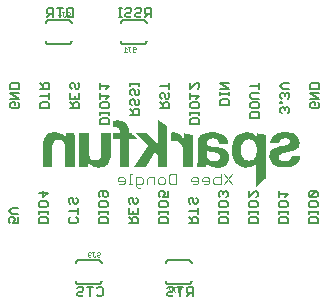
<source format=gbr>
G04 EAGLE Gerber RS-274X export*
G75*
%MOMM*%
%FSLAX34Y34*%
%LPD*%
%INSilkscreen Bottom*%
%IPPOS*%
%AMOC8*
5,1,8,0,0,1.08239X$1,22.5*%
G01*
%ADD10C,0.127000*%
%ADD11C,0.101600*%
%ADD12C,0.203200*%
%ADD13C,0.025400*%

G36*
X307076Y110473D02*
X307076Y110473D01*
X307087Y110473D01*
X307987Y111372D01*
X308985Y112171D01*
X308986Y112172D01*
X308987Y112172D01*
X309987Y113072D01*
X309987Y113073D01*
X310887Y113972D01*
X311885Y114771D01*
X311886Y114772D01*
X311887Y114772D01*
X312886Y115671D01*
X313885Y116471D01*
X313886Y116473D01*
X313887Y116473D01*
X314787Y117373D01*
X314788Y117384D01*
X314795Y117390D01*
X314795Y154290D01*
X314779Y154308D01*
X314775Y154314D01*
X312975Y154714D01*
X312974Y154713D01*
X312973Y154715D01*
X312074Y154814D01*
X311075Y155014D01*
X311074Y155013D01*
X311073Y155015D01*
X310174Y155114D01*
X309275Y155314D01*
X308375Y155514D01*
X308374Y155513D01*
X308372Y155515D01*
X307372Y155615D01*
X307346Y155596D01*
X307348Y155592D01*
X307345Y155590D01*
X307345Y152066D01*
X306590Y153105D01*
X306588Y153105D01*
X306588Y153106D01*
X305788Y154006D01*
X305785Y154007D01*
X305784Y154010D01*
X303784Y155410D01*
X303780Y155410D01*
X303778Y155413D01*
X302678Y155813D01*
X302677Y155812D01*
X302676Y155814D01*
X301476Y156114D01*
X301475Y156113D01*
X301474Y156114D01*
X300274Y156314D01*
X300273Y156314D01*
X300272Y156315D01*
X298972Y156415D01*
X298970Y156413D01*
X298968Y156415D01*
X295868Y156115D01*
X295865Y156112D01*
X295862Y156113D01*
X293162Y155213D01*
X293160Y155209D01*
X293156Y155210D01*
X290956Y153710D01*
X290955Y153707D01*
X290952Y153707D01*
X289152Y151807D01*
X289152Y151803D01*
X289149Y151802D01*
X287849Y149502D01*
X287849Y149500D01*
X287847Y149499D01*
X286847Y146999D01*
X286848Y146996D01*
X286846Y146995D01*
X286246Y144195D01*
X286247Y144193D01*
X286245Y144192D01*
X286045Y141192D01*
X286047Y141190D01*
X286045Y141188D01*
X286245Y138388D01*
X286247Y138386D01*
X286246Y138385D01*
X286846Y135685D01*
X286848Y135683D01*
X286847Y135681D01*
X287847Y133281D01*
X287849Y133279D01*
X287849Y133277D01*
X289149Y131077D01*
X289152Y131076D01*
X289152Y131073D01*
X290952Y129173D01*
X290956Y129173D01*
X290956Y129170D01*
X293056Y127770D01*
X293060Y127770D01*
X293062Y127767D01*
X295562Y126867D01*
X295565Y126868D01*
X295567Y126865D01*
X298467Y126565D01*
X298468Y126566D01*
X298471Y126566D01*
X298472Y126565D01*
X299772Y126665D01*
X299773Y126666D01*
X299774Y126666D01*
X301074Y126866D01*
X301075Y126867D01*
X301077Y126866D01*
X302177Y127166D01*
X302178Y127168D01*
X302179Y127167D01*
X303379Y127667D01*
X303381Y127670D01*
X303383Y127669D01*
X304383Y128269D01*
X304383Y128270D01*
X304384Y128270D01*
X305384Y128970D01*
X305385Y128974D01*
X305388Y128974D01*
X306188Y129874D01*
X306188Y129875D01*
X306189Y129875D01*
X306982Y130865D01*
X307045Y130865D01*
X307045Y110490D01*
X307051Y110484D01*
X307051Y110475D01*
X307059Y110474D01*
X307067Y110466D01*
X307076Y110473D01*
G37*
G36*
X275171Y126467D02*
X275171Y126467D01*
X275172Y126465D01*
X276172Y126565D01*
X276174Y126567D01*
X276175Y126566D01*
X277975Y126966D01*
X277976Y126967D01*
X277978Y126967D01*
X278878Y127267D01*
X278879Y127269D01*
X278881Y127268D01*
X279681Y127668D01*
X279681Y127669D01*
X279682Y127669D01*
X280382Y128069D01*
X280383Y128070D01*
X280384Y128070D01*
X281084Y128570D01*
X281085Y128571D01*
X281086Y128571D01*
X281686Y129071D01*
X281686Y129074D01*
X281689Y129074D01*
X282289Y129774D01*
X282289Y129777D01*
X282291Y129778D01*
X283091Y131178D01*
X283091Y131181D01*
X283093Y131182D01*
X283693Y132982D01*
X283692Y132986D01*
X283695Y132987D01*
X283795Y133887D01*
X283794Y133888D01*
X283795Y133888D01*
X283895Y134988D01*
X283892Y134991D01*
X283894Y134993D01*
X283594Y137193D01*
X283592Y137195D01*
X283593Y137198D01*
X282993Y138998D01*
X282990Y139000D01*
X282991Y139003D01*
X282091Y140403D01*
X282086Y140405D01*
X282086Y140409D01*
X280886Y141409D01*
X280883Y141409D01*
X280883Y141411D01*
X279383Y142311D01*
X279380Y142311D01*
X279379Y142313D01*
X277779Y142913D01*
X277777Y142912D01*
X277776Y142914D01*
X276076Y143314D01*
X276075Y143313D01*
X276074Y143314D01*
X274274Y143614D01*
X274273Y143614D01*
X274273Y143615D01*
X272473Y143814D01*
X272473Y143815D01*
X270773Y144015D01*
X269275Y144214D01*
X267877Y144614D01*
X266680Y145013D01*
X265787Y145509D01*
X265194Y146299D01*
X265095Y147391D01*
X265095Y147888D01*
X265194Y148485D01*
X265293Y148882D01*
X265492Y149379D01*
X265691Y149676D01*
X265889Y149974D01*
X266185Y150270D01*
X266581Y150468D01*
X266582Y150470D01*
X266584Y150470D01*
X266882Y150669D01*
X267279Y150867D01*
X267675Y150966D01*
X268173Y151065D01*
X268570Y151065D01*
X268573Y151068D01*
X268575Y151066D01*
X269073Y151165D01*
X270668Y151165D01*
X271665Y150966D01*
X272064Y150866D01*
X272065Y150866D01*
X272562Y150766D01*
X272959Y150568D01*
X273358Y150369D01*
X273654Y150171D01*
X274251Y149574D01*
X274449Y149278D01*
X274647Y148880D01*
X274847Y148381D01*
X274848Y148380D01*
X274848Y148379D01*
X275046Y147982D01*
X275145Y147488D01*
X275145Y146890D01*
X275167Y146866D01*
X275169Y146867D01*
X275170Y146865D01*
X282970Y146865D01*
X282970Y146866D01*
X282971Y146865D01*
X282973Y146868D01*
X282994Y146887D01*
X282992Y146890D01*
X282994Y146894D01*
X282794Y148194D01*
X282594Y149394D01*
X282592Y149396D01*
X282593Y149398D01*
X282193Y150498D01*
X282190Y150500D01*
X282191Y150504D01*
X280991Y152304D01*
X280988Y152304D01*
X280989Y152306D01*
X280289Y153106D01*
X280286Y153107D01*
X280286Y153109D01*
X279486Y153809D01*
X279483Y153809D01*
X279482Y153812D01*
X278583Y154311D01*
X277583Y154911D01*
X277580Y154911D01*
X277579Y154913D01*
X276579Y155313D01*
X276577Y155312D01*
X276577Y155314D01*
X274377Y155914D01*
X274375Y155913D01*
X274374Y155914D01*
X273274Y156114D01*
X272074Y156314D01*
X272072Y156313D01*
X272070Y156315D01*
X267570Y156315D01*
X267569Y156314D01*
X267568Y156315D01*
X266468Y156215D01*
X266467Y156213D01*
X266466Y156214D01*
X264266Y155814D01*
X264265Y155814D01*
X263265Y155614D01*
X263264Y155613D01*
X263263Y155614D01*
X262263Y155314D01*
X262262Y155312D01*
X262260Y155313D01*
X261360Y154913D01*
X261359Y154911D01*
X261358Y154912D01*
X260458Y154412D01*
X260457Y154409D01*
X260455Y154410D01*
X259655Y153810D01*
X259655Y153809D01*
X259654Y153809D01*
X258954Y153209D01*
X258953Y153205D01*
X258950Y153205D01*
X258350Y152405D01*
X258351Y152402D01*
X258348Y152401D01*
X257948Y151601D01*
X257948Y151600D01*
X257947Y151599D01*
X257547Y150599D01*
X257548Y150596D01*
X257546Y150594D01*
X257346Y149494D01*
X257347Y149493D01*
X257345Y149492D01*
X257245Y148292D01*
X257246Y148291D01*
X257245Y148290D01*
X257245Y131692D01*
X257146Y131195D01*
X257148Y131192D01*
X257145Y131190D01*
X257145Y130793D01*
X257046Y130295D01*
X257048Y130292D01*
X257045Y130290D01*
X257045Y129893D01*
X256846Y129096D01*
X256848Y129092D01*
X256845Y129090D01*
X256845Y128793D01*
X256746Y128397D01*
X256647Y128098D01*
X256548Y127801D01*
X256350Y127504D01*
X256350Y127502D01*
X256348Y127501D01*
X256248Y127301D01*
X256249Y127296D01*
X256246Y127293D01*
X256252Y127286D01*
X256256Y127270D01*
X256264Y127272D01*
X256270Y127265D01*
X264170Y127265D01*
X264194Y127287D01*
X264193Y127289D01*
X264195Y127290D01*
X264195Y127480D01*
X264287Y127573D01*
X264288Y127578D01*
X264292Y127579D01*
X264392Y127779D01*
X264390Y127786D01*
X264395Y127790D01*
X264395Y127980D01*
X264487Y128073D01*
X264488Y128084D01*
X264494Y128090D01*
X264495Y128090D01*
X264495Y128284D01*
X264592Y128479D01*
X264591Y128482D01*
X264593Y128484D01*
X264591Y128487D01*
X264595Y128490D01*
X264595Y128784D01*
X264692Y128979D01*
X264690Y128986D01*
X264695Y128990D01*
X264695Y130030D01*
X265153Y129573D01*
X265155Y129572D01*
X265155Y129571D01*
X266155Y128771D01*
X266156Y128771D01*
X266156Y128770D01*
X266756Y128370D01*
X266757Y128370D01*
X266757Y128369D01*
X267257Y128069D01*
X267259Y128069D01*
X267259Y128068D01*
X267859Y127768D01*
X267861Y127769D01*
X267862Y127767D01*
X268461Y127567D01*
X269059Y127268D01*
X269061Y127269D01*
X269062Y127267D01*
X269662Y127067D01*
X269665Y127068D01*
X269666Y127066D01*
X270264Y126966D01*
X270963Y126766D01*
X270965Y126767D01*
X270966Y126766D01*
X271566Y126666D01*
X271568Y126667D01*
X271570Y126665D01*
X272268Y126665D01*
X272866Y126566D01*
X272867Y126566D01*
X273567Y126466D01*
X273569Y126467D01*
X273570Y126465D01*
X275170Y126465D01*
X275171Y126467D01*
G37*
G36*
X213182Y127375D02*
X213182Y127375D01*
X213191Y127377D01*
X220875Y139951D01*
X223845Y137080D01*
X223845Y127390D01*
X223867Y127366D01*
X223869Y127367D01*
X223870Y127365D01*
X231670Y127365D01*
X231694Y127387D01*
X231693Y127389D01*
X231695Y127390D01*
X231695Y162090D01*
X231684Y162102D01*
X231682Y162112D01*
X223882Y166412D01*
X223877Y166410D01*
X223873Y166414D01*
X223866Y166408D01*
X223850Y166405D01*
X223852Y166396D01*
X223845Y166390D01*
X223845Y145551D01*
X214088Y155607D01*
X214076Y155608D01*
X214070Y155615D01*
X204870Y155615D01*
X204863Y155609D01*
X204855Y155609D01*
X204854Y155601D01*
X204846Y155593D01*
X204853Y155584D01*
X204853Y155572D01*
X215538Y145187D01*
X203749Y127404D01*
X203750Y127397D01*
X203746Y127393D01*
X203752Y127386D01*
X203754Y127371D01*
X203764Y127373D01*
X203770Y127365D01*
X213170Y127365D01*
X213182Y127375D01*
G37*
G36*
X134194Y127387D02*
X134194Y127387D01*
X134193Y127389D01*
X134195Y127390D01*
X134195Y143289D01*
X134295Y144988D01*
X134494Y146385D01*
X134793Y147581D01*
X135290Y148476D01*
X135986Y149271D01*
X136881Y149768D01*
X137876Y150166D01*
X139170Y150265D01*
X140665Y150166D01*
X141860Y149767D01*
X142955Y149170D01*
X143750Y148375D01*
X144347Y147280D01*
X144846Y145884D01*
X145045Y144188D01*
X145145Y142189D01*
X145145Y127390D01*
X145167Y127366D01*
X145169Y127367D01*
X145170Y127365D01*
X152970Y127365D01*
X152994Y127387D01*
X152993Y127389D01*
X152995Y127390D01*
X152995Y152090D01*
X152994Y152090D01*
X152995Y152091D01*
X152895Y155591D01*
X152872Y155615D01*
X152871Y155613D01*
X152870Y155615D01*
X145470Y155615D01*
X145446Y155593D01*
X145447Y155591D01*
X145445Y155590D01*
X145445Y151715D01*
X145383Y151715D01*
X144590Y152805D01*
X144588Y152805D01*
X144588Y152807D01*
X143688Y153807D01*
X143686Y153807D01*
X143685Y153809D01*
X142685Y154609D01*
X142684Y154609D01*
X142683Y154611D01*
X141583Y155311D01*
X141580Y155310D01*
X141579Y155313D01*
X140379Y155813D01*
X140377Y155812D01*
X140376Y155814D01*
X139176Y156114D01*
X139175Y156113D01*
X139174Y156114D01*
X137974Y156314D01*
X137973Y156314D01*
X137972Y156315D01*
X136772Y156415D01*
X136770Y156413D01*
X136768Y156415D01*
X133968Y156215D01*
X133967Y156213D01*
X133965Y156213D01*
X133964Y156214D01*
X131664Y155614D01*
X131661Y155610D01*
X131658Y155612D01*
X129858Y154612D01*
X129856Y154607D01*
X129853Y154607D01*
X128453Y153207D01*
X128452Y153203D01*
X128449Y153203D01*
X127449Y151503D01*
X127450Y151499D01*
X127446Y151497D01*
X126846Y149497D01*
X126848Y149495D01*
X126846Y149493D01*
X126546Y147293D01*
X126547Y147292D01*
X126545Y147291D01*
X126445Y144791D01*
X126446Y144790D01*
X126445Y144790D01*
X126445Y127390D01*
X126467Y127366D01*
X126469Y127367D01*
X126470Y127365D01*
X134170Y127365D01*
X134194Y127387D01*
G37*
G36*
X176072Y126765D02*
X176072Y126765D01*
X176074Y126768D01*
X176076Y126766D01*
X178376Y127366D01*
X178379Y127370D01*
X178382Y127368D01*
X180182Y128368D01*
X180184Y128373D01*
X180187Y128373D01*
X181587Y129773D01*
X181588Y129777D01*
X181591Y129778D01*
X182591Y131478D01*
X182591Y131481D01*
X182594Y131483D01*
X183194Y133483D01*
X183193Y133485D01*
X183194Y133487D01*
X183494Y135687D01*
X183494Y135688D01*
X183495Y135689D01*
X183595Y138189D01*
X183594Y138190D01*
X183595Y138190D01*
X183595Y155590D01*
X183573Y155614D01*
X183571Y155613D01*
X183570Y155615D01*
X175870Y155615D01*
X175846Y155593D01*
X175847Y155591D01*
X175845Y155590D01*
X175845Y139691D01*
X175745Y137992D01*
X175546Y136595D01*
X175247Y135399D01*
X174750Y134405D01*
X174054Y133709D01*
X173159Y133113D01*
X172165Y132814D01*
X170870Y132715D01*
X169375Y132814D01*
X168180Y133213D01*
X167085Y133810D01*
X166290Y134605D01*
X165693Y135700D01*
X165194Y137096D01*
X164995Y138792D01*
X164895Y140791D01*
X164895Y155590D01*
X164873Y155614D01*
X164871Y155613D01*
X164870Y155615D01*
X157070Y155615D01*
X157046Y155593D01*
X157047Y155591D01*
X157045Y155590D01*
X157045Y130890D01*
X157046Y130890D01*
X157045Y130889D01*
X157145Y127389D01*
X157168Y127365D01*
X157169Y127367D01*
X157170Y127365D01*
X164570Y127365D01*
X164594Y127387D01*
X164593Y127389D01*
X164595Y127390D01*
X164595Y131265D01*
X164657Y131265D01*
X165450Y130176D01*
X165452Y130175D01*
X165452Y130174D01*
X166352Y129174D01*
X166354Y129173D01*
X166355Y129171D01*
X167355Y128371D01*
X167357Y128371D01*
X167357Y128369D01*
X168457Y127669D01*
X168460Y127670D01*
X168461Y127667D01*
X169661Y127167D01*
X169663Y127168D01*
X169664Y127166D01*
X170864Y126866D01*
X170865Y126867D01*
X170866Y126866D01*
X172066Y126666D01*
X172067Y126666D01*
X172068Y126665D01*
X173268Y126565D01*
X173270Y126567D01*
X173272Y126565D01*
X176072Y126765D01*
G37*
G36*
X333371Y126765D02*
X333371Y126765D01*
X333373Y126767D01*
X333374Y126766D01*
X335674Y127166D01*
X335675Y127167D01*
X335677Y127166D01*
X337877Y127766D01*
X337878Y127769D01*
X337881Y127768D01*
X339881Y128768D01*
X339882Y128772D01*
X339886Y128771D01*
X341586Y130171D01*
X341586Y130175D01*
X341590Y130175D01*
X342890Y131875D01*
X342889Y131879D01*
X342893Y131880D01*
X343793Y133980D01*
X343792Y133983D01*
X343794Y133985D01*
X343793Y133986D01*
X343794Y133986D01*
X344194Y136486D01*
X344194Y136487D01*
X344192Y136489D01*
X344177Y136514D01*
X344173Y136511D01*
X344170Y136515D01*
X336770Y136515D01*
X336746Y136493D01*
X336745Y136492D01*
X336646Y135396D01*
X336248Y134402D01*
X335651Y133606D01*
X334955Y132910D01*
X334060Y132413D01*
X333064Y132114D01*
X331967Y131914D01*
X330869Y131815D01*
X329973Y131815D01*
X329075Y132014D01*
X328279Y132213D01*
X327483Y132611D01*
X326787Y133108D01*
X326291Y133704D01*
X325894Y134497D01*
X325795Y135390D01*
X325894Y136181D01*
X326388Y136873D01*
X327084Y137470D01*
X328080Y138067D01*
X329377Y138466D01*
X329377Y138467D01*
X329378Y138467D01*
X330877Y138966D01*
X332575Y139366D01*
X334575Y139766D01*
X334576Y139766D01*
X336276Y140166D01*
X336276Y140167D01*
X336277Y140166D01*
X337877Y140666D01*
X337878Y140668D01*
X337879Y140667D01*
X339379Y141267D01*
X339380Y141269D01*
X339382Y141269D01*
X340782Y142069D01*
X340783Y142071D01*
X340786Y142071D01*
X341886Y142971D01*
X341886Y142975D01*
X341890Y142975D01*
X342790Y144175D01*
X342789Y144180D01*
X342793Y144182D01*
X343293Y145582D01*
X343292Y145585D01*
X343295Y145587D01*
X343495Y147287D01*
X343493Y147290D01*
X343495Y147292D01*
X343295Y149792D01*
X343291Y149795D01*
X343293Y149799D01*
X342493Y151799D01*
X342489Y151801D01*
X342490Y151805D01*
X341290Y153405D01*
X341285Y153406D01*
X341285Y153410D01*
X339685Y154610D01*
X339681Y154609D01*
X339681Y154612D01*
X337781Y155512D01*
X337777Y155511D01*
X337776Y155514D01*
X335676Y156014D01*
X335674Y156013D01*
X335673Y156014D01*
X333473Y156314D01*
X333472Y156314D01*
X333471Y156315D01*
X331171Y156415D01*
X331170Y156414D01*
X331169Y156415D01*
X328969Y156315D01*
X328968Y156314D01*
X328967Y156314D01*
X326767Y156014D01*
X326765Y156012D01*
X326763Y156014D01*
X324763Y155414D01*
X324762Y155411D01*
X324759Y155412D01*
X322859Y154512D01*
X322858Y154509D01*
X322855Y154509D01*
X321355Y153309D01*
X321354Y153306D01*
X321351Y153306D01*
X320051Y151706D01*
X320051Y151702D01*
X320048Y151701D01*
X319148Y149801D01*
X319149Y149797D01*
X319147Y149796D01*
X319148Y149795D01*
X319146Y149794D01*
X318746Y147394D01*
X318746Y147393D01*
X318748Y147390D01*
X318763Y147366D01*
X318767Y147369D01*
X318770Y147365D01*
X326070Y147365D01*
X326089Y147382D01*
X326094Y147385D01*
X326294Y148383D01*
X326691Y149277D01*
X327188Y149873D01*
X327784Y150369D01*
X328579Y150767D01*
X329475Y151066D01*
X330371Y151165D01*
X332868Y151165D01*
X333563Y151066D01*
X334259Y150768D01*
X334855Y150470D01*
X335350Y149975D01*
X335646Y149383D01*
X335745Y148591D01*
X335547Y147701D01*
X334954Y147009D01*
X334058Y146412D01*
X332961Y145913D01*
X331663Y145514D01*
X330165Y145114D01*
X328565Y144814D01*
X328565Y144813D01*
X328564Y144814D01*
X326964Y144414D01*
X325264Y144014D01*
X325264Y144013D01*
X325263Y144014D01*
X323663Y143514D01*
X323662Y143513D01*
X323661Y143513D01*
X322061Y142913D01*
X322059Y142909D01*
X322056Y142910D01*
X320756Y142010D01*
X320756Y142009D01*
X320754Y142009D01*
X319554Y141009D01*
X319554Y141004D01*
X319550Y141004D01*
X318750Y139804D01*
X318750Y139800D01*
X318747Y139799D01*
X318147Y138299D01*
X318149Y138295D01*
X318146Y138293D01*
X317946Y136493D01*
X317948Y136490D01*
X317946Y136487D01*
X318246Y133887D01*
X318249Y133884D01*
X318247Y133881D01*
X319047Y131781D01*
X319051Y131779D01*
X319050Y131775D01*
X320350Y130075D01*
X320355Y130074D01*
X320355Y130070D01*
X322055Y128770D01*
X322058Y128771D01*
X322059Y128768D01*
X323959Y127768D01*
X323962Y127769D01*
X323964Y127766D01*
X326164Y127166D01*
X326165Y127167D01*
X326166Y127166D01*
X328466Y126766D01*
X328468Y126767D01*
X328469Y126765D01*
X330869Y126665D01*
X330870Y126666D01*
X330871Y126665D01*
X333371Y126765D01*
G37*
G36*
X198994Y127287D02*
X198994Y127287D01*
X198993Y127289D01*
X198995Y127290D01*
X198995Y150365D01*
X206670Y150365D01*
X206677Y150371D01*
X206685Y150371D01*
X206686Y150379D01*
X206694Y150387D01*
X206687Y150396D01*
X206687Y150407D01*
X204687Y152407D01*
X204686Y152408D01*
X204686Y152409D01*
X203987Y153007D01*
X203389Y153706D01*
X203386Y153706D01*
X203386Y153709D01*
X202687Y154307D01*
X202089Y155006D01*
X202086Y155006D01*
X202086Y155009D01*
X201386Y155609D01*
X201375Y155609D01*
X201370Y155615D01*
X198995Y155615D01*
X198995Y157790D01*
X198994Y157791D01*
X198995Y157791D01*
X198895Y159591D01*
X198892Y159594D01*
X198894Y159597D01*
X198394Y161297D01*
X198391Y161299D01*
X198392Y161301D01*
X197692Y162701D01*
X197689Y162702D01*
X197690Y162705D01*
X196690Y164005D01*
X196685Y164006D01*
X196684Y164010D01*
X195284Y165010D01*
X195282Y165010D01*
X195281Y165012D01*
X193681Y165812D01*
X193677Y165811D01*
X193675Y165814D01*
X191775Y166214D01*
X191773Y166213D01*
X191772Y166215D01*
X189572Y166415D01*
X189571Y166414D01*
X189570Y166415D01*
X187970Y166415D01*
X187967Y166412D01*
X187965Y166414D01*
X187468Y166315D01*
X186970Y166315D01*
X186967Y166312D01*
X186965Y166314D01*
X186468Y166215D01*
X185470Y166215D01*
X185446Y166193D01*
X185447Y166191D01*
X185445Y166190D01*
X185445Y160390D01*
X185447Y160388D01*
X185446Y160385D01*
X185454Y160381D01*
X185467Y160366D01*
X185472Y160370D01*
X185478Y160367D01*
X185774Y160465D01*
X188968Y160465D01*
X189662Y160366D01*
X190156Y160069D01*
X190552Y159772D01*
X190848Y159379D01*
X191046Y158784D01*
X191146Y158087D01*
X191245Y157288D01*
X191245Y155615D01*
X185870Y155615D01*
X185846Y155593D01*
X185847Y155591D01*
X185845Y155590D01*
X185845Y150390D01*
X185867Y150366D01*
X185869Y150367D01*
X185870Y150365D01*
X191245Y150365D01*
X191245Y127290D01*
X191267Y127266D01*
X191269Y127267D01*
X191270Y127265D01*
X198970Y127265D01*
X198994Y127287D01*
G37*
G36*
X252994Y127387D02*
X252994Y127387D01*
X252993Y127389D01*
X252995Y127390D01*
X252995Y150890D01*
X252994Y150890D01*
X252995Y150891D01*
X252895Y154291D01*
X252879Y154307D01*
X252875Y154314D01*
X251975Y154514D01*
X251974Y154513D01*
X251973Y154515D01*
X251074Y154614D01*
X250075Y154814D01*
X249175Y155014D01*
X249174Y155013D01*
X249173Y155015D01*
X248274Y155114D01*
X247375Y155314D01*
X246375Y155514D01*
X246374Y155513D01*
X246373Y155515D01*
X245473Y155614D01*
X245473Y155615D01*
X245446Y155596D01*
X245448Y155593D01*
X245445Y155590D01*
X245445Y150488D01*
X244792Y151702D01*
X244790Y151703D01*
X244790Y151705D01*
X243990Y152805D01*
X243987Y152805D01*
X243987Y152807D01*
X242987Y153807D01*
X242986Y153808D01*
X242986Y153809D01*
X241886Y154709D01*
X241882Y154709D01*
X241882Y154712D01*
X240582Y155412D01*
X240580Y155411D01*
X240579Y155413D01*
X239279Y155913D01*
X239277Y155912D01*
X239277Y155914D01*
X237877Y156314D01*
X237874Y156312D01*
X237872Y156315D01*
X236472Y156415D01*
X236471Y156414D01*
X236470Y156415D01*
X235570Y156415D01*
X235565Y156410D01*
X235563Y156410D01*
X235559Y156412D01*
X235364Y156315D01*
X235170Y156315D01*
X235167Y156312D01*
X235164Y156312D01*
X235163Y156311D01*
X235159Y156312D01*
X234759Y156112D01*
X234754Y156101D01*
X234746Y156093D01*
X234747Y156091D01*
X234745Y156090D01*
X234745Y148890D01*
X234749Y148886D01*
X234747Y148882D01*
X234756Y148878D01*
X234767Y148866D01*
X234769Y148867D01*
X234770Y148866D01*
X234771Y148866D01*
X234776Y148870D01*
X234781Y148868D01*
X234979Y148967D01*
X235373Y149065D01*
X235670Y149065D01*
X235673Y149068D01*
X235676Y149066D01*
X236073Y149165D01*
X237469Y149165D01*
X239465Y148966D01*
X241159Y148467D01*
X242454Y147571D01*
X243450Y146475D01*
X244247Y145180D01*
X244746Y143584D01*
X245045Y141887D01*
X245145Y140089D01*
X245145Y127390D01*
X245167Y127366D01*
X245169Y127367D01*
X245170Y127365D01*
X252970Y127365D01*
X252994Y127387D01*
G37*
%LPC*%
G36*
X298876Y132614D02*
X298876Y132614D01*
X297383Y133212D01*
X296287Y134108D01*
X295291Y135204D01*
X294693Y136599D01*
X294194Y138096D01*
X293995Y139692D01*
X293895Y141390D01*
X293995Y143087D01*
X294294Y144685D01*
X294693Y146281D01*
X295391Y147677D01*
X296287Y148772D01*
X297482Y149668D01*
X298976Y150266D01*
X300670Y150465D01*
X302365Y150266D01*
X303858Y149768D01*
X304952Y148873D01*
X305849Y147677D01*
X306547Y146281D01*
X307046Y144785D01*
X307245Y143088D01*
X307345Y141390D01*
X307245Y139693D01*
X306946Y138096D01*
X306547Y136599D01*
X305849Y135204D01*
X304953Y134108D01*
X303758Y133212D01*
X302364Y132614D01*
X300570Y132415D01*
X298876Y132614D01*
G37*
%LPD*%
%LPC*%
G36*
X271371Y131815D02*
X271371Y131815D01*
X270272Y131915D01*
X269375Y132014D01*
X268479Y132313D01*
X267782Y132612D01*
X267185Y133010D01*
X266688Y133408D01*
X266289Y133905D01*
X265892Y134403D01*
X265693Y134898D01*
X265493Y135498D01*
X265493Y135499D01*
X265294Y135997D01*
X265194Y136594D01*
X265194Y136595D01*
X265095Y137093D01*
X265095Y141130D01*
X265253Y140973D01*
X265256Y140972D01*
X265256Y140970D01*
X265556Y140770D01*
X265562Y140770D01*
X265564Y140766D01*
X265960Y140667D01*
X266256Y140470D01*
X266262Y140470D01*
X266264Y140466D01*
X268264Y139966D01*
X268268Y139968D01*
X268270Y139965D01*
X268767Y139965D01*
X269164Y139866D01*
X269165Y139866D01*
X269665Y139766D01*
X269668Y139768D01*
X269670Y139765D01*
X270167Y139765D01*
X270564Y139666D01*
X270565Y139666D01*
X271065Y139566D01*
X271464Y139466D01*
X271468Y139468D01*
X271470Y139465D01*
X271967Y139465D01*
X272364Y139366D01*
X272365Y139366D01*
X272865Y139266D01*
X272869Y139268D01*
X272847Y139197D01*
X272860Y139168D01*
X272863Y139169D01*
X272864Y139166D01*
X273264Y139066D01*
X273660Y138967D01*
X273956Y138770D01*
X273958Y138770D01*
X273959Y138768D01*
X274358Y138569D01*
X274654Y138371D01*
X275251Y137774D01*
X275649Y137178D01*
X275847Y136781D01*
X275946Y136385D01*
X276045Y135888D01*
X276045Y134893D01*
X275946Y134395D01*
X275847Y133999D01*
X275649Y133602D01*
X275251Y133006D01*
X274954Y132709D01*
X274658Y132511D01*
X274261Y132313D01*
X273962Y132213D01*
X273961Y132211D01*
X273959Y132212D01*
X273561Y132013D01*
X273167Y131915D01*
X272670Y131915D01*
X272670Y131914D01*
X272669Y131914D01*
X272666Y131912D01*
X272664Y131914D01*
X272267Y131815D01*
X271371Y131815D01*
G37*
%LPD*%
D10*
X333380Y172645D02*
X334652Y173916D01*
X334652Y176458D01*
X333380Y177729D01*
X332109Y177729D01*
X330838Y176458D01*
X330838Y175187D01*
X330838Y176458D02*
X329567Y177729D01*
X328296Y177729D01*
X327025Y176458D01*
X327025Y173916D01*
X328296Y172645D01*
X328296Y180831D02*
X327025Y180831D01*
X328296Y180831D02*
X328296Y182102D01*
X327025Y182102D01*
X327025Y180831D01*
X333380Y184923D02*
X334652Y186194D01*
X334652Y188737D01*
X333380Y190008D01*
X332109Y190008D01*
X330838Y188737D01*
X330838Y187466D01*
X330838Y188737D02*
X329567Y190008D01*
X328296Y190008D01*
X327025Y188737D01*
X327025Y186194D01*
X328296Y184923D01*
X329567Y193109D02*
X334652Y193109D01*
X329567Y193109D02*
X327025Y195651D01*
X329567Y198194D01*
X334652Y198194D01*
X309252Y168552D02*
X301625Y168552D01*
X301625Y172365D01*
X302896Y173636D01*
X307980Y173636D01*
X309252Y172365D01*
X309252Y168552D01*
X309252Y178009D02*
X309252Y180551D01*
X309252Y178009D02*
X307980Y176738D01*
X302896Y176738D01*
X301625Y178009D01*
X301625Y180551D01*
X302896Y181822D01*
X307980Y181822D01*
X309252Y180551D01*
X309252Y184923D02*
X302896Y184923D01*
X301625Y186194D01*
X301625Y188737D01*
X302896Y190008D01*
X309252Y190008D01*
X309252Y195651D02*
X301625Y195651D01*
X309252Y193109D02*
X309252Y198194D01*
X283852Y179466D02*
X276225Y179466D01*
X276225Y183279D01*
X277496Y184551D01*
X282580Y184551D01*
X283852Y183279D01*
X283852Y179466D01*
X276225Y187652D02*
X276225Y190194D01*
X276225Y188923D02*
X283852Y188923D01*
X283852Y187652D02*
X283852Y190194D01*
X283852Y193109D02*
X276225Y193109D01*
X276225Y198194D02*
X283852Y193109D01*
X283852Y198194D02*
X276225Y198194D01*
X258452Y163095D02*
X250825Y163095D01*
X250825Y166908D01*
X252096Y168179D01*
X257180Y168179D01*
X258452Y166908D01*
X258452Y163095D01*
X250825Y171280D02*
X250825Y173823D01*
X250825Y172551D02*
X258452Y172551D01*
X258452Y171280D02*
X258452Y173823D01*
X258452Y178009D02*
X258452Y180551D01*
X258452Y178009D02*
X257180Y176738D01*
X252096Y176738D01*
X250825Y178009D01*
X250825Y180551D01*
X252096Y181822D01*
X257180Y181822D01*
X258452Y180551D01*
X255909Y184923D02*
X258452Y187466D01*
X250825Y187466D01*
X250825Y190008D02*
X250825Y184923D01*
X250825Y193109D02*
X250825Y198194D01*
X255909Y198194D02*
X250825Y193109D01*
X255909Y198194D02*
X257180Y198194D01*
X258452Y196922D01*
X258452Y194380D01*
X257180Y193109D01*
X233052Y176738D02*
X225425Y176738D01*
X233052Y176738D02*
X233052Y180551D01*
X231780Y181822D01*
X229238Y181822D01*
X227967Y180551D01*
X227967Y176738D01*
X227967Y179280D02*
X225425Y181822D01*
X233052Y188737D02*
X231780Y190008D01*
X233052Y188737D02*
X233052Y186194D01*
X231780Y184923D01*
X230509Y184923D01*
X229238Y186194D01*
X229238Y188737D01*
X227967Y190008D01*
X226696Y190008D01*
X225425Y188737D01*
X225425Y186194D01*
X226696Y184923D01*
X225425Y195651D02*
X233052Y195651D01*
X233052Y193109D02*
X233052Y198194D01*
X207652Y171280D02*
X200025Y171280D01*
X207652Y171280D02*
X207652Y175094D01*
X206380Y176365D01*
X203838Y176365D01*
X202567Y175094D01*
X202567Y171280D01*
X202567Y173823D02*
X200025Y176365D01*
X207652Y183279D02*
X206380Y184551D01*
X207652Y183279D02*
X207652Y180737D01*
X206380Y179466D01*
X205109Y179466D01*
X203838Y180737D01*
X203838Y183279D01*
X202567Y184551D01*
X201296Y184551D01*
X200025Y183279D01*
X200025Y180737D01*
X201296Y179466D01*
X207652Y191465D02*
X206380Y192736D01*
X207652Y191465D02*
X207652Y188923D01*
X206380Y187652D01*
X205109Y187652D01*
X203838Y188923D01*
X203838Y191465D01*
X202567Y192736D01*
X201296Y192736D01*
X200025Y191465D01*
X200025Y188923D01*
X201296Y187652D01*
X200025Y195838D02*
X200025Y198380D01*
X200025Y197109D02*
X207652Y197109D01*
X207652Y195838D02*
X207652Y198380D01*
X182252Y163095D02*
X174625Y163095D01*
X174625Y166908D01*
X175896Y168179D01*
X180980Y168179D01*
X182252Y166908D01*
X182252Y163095D01*
X174625Y171280D02*
X174625Y173823D01*
X174625Y172551D02*
X182252Y172551D01*
X182252Y171280D02*
X182252Y173823D01*
X182252Y178009D02*
X182252Y180551D01*
X182252Y178009D02*
X180980Y176738D01*
X175896Y176738D01*
X174625Y178009D01*
X174625Y180551D01*
X175896Y181822D01*
X180980Y181822D01*
X182252Y180551D01*
X179709Y184923D02*
X182252Y187466D01*
X174625Y187466D01*
X174625Y190008D02*
X174625Y184923D01*
X179709Y193109D02*
X182252Y195651D01*
X174625Y195651D01*
X174625Y193109D02*
X174625Y198194D01*
X156852Y176738D02*
X149225Y176738D01*
X156852Y176738D02*
X156852Y180551D01*
X155580Y181822D01*
X153038Y181822D01*
X151767Y180551D01*
X151767Y176738D01*
X151767Y179280D02*
X149225Y181822D01*
X156852Y184923D02*
X156852Y190008D01*
X156852Y184923D02*
X149225Y184923D01*
X149225Y190008D01*
X153038Y187466D02*
X153038Y184923D01*
X156852Y196922D02*
X155580Y198194D01*
X156852Y196922D02*
X156852Y194380D01*
X155580Y193109D01*
X154309Y193109D01*
X153038Y194380D01*
X153038Y196922D01*
X151767Y198194D01*
X150496Y198194D01*
X149225Y196922D01*
X149225Y194380D01*
X150496Y193109D01*
X131452Y176738D02*
X123825Y176738D01*
X123825Y180551D01*
X125096Y181822D01*
X130180Y181822D01*
X131452Y180551D01*
X131452Y176738D01*
X131452Y187466D02*
X123825Y187466D01*
X131452Y184923D02*
X131452Y190008D01*
X131452Y193109D02*
X123825Y193109D01*
X131452Y193109D02*
X131452Y196922D01*
X130180Y198194D01*
X127638Y198194D01*
X126367Y196922D01*
X126367Y193109D01*
X126367Y195651D02*
X123825Y198194D01*
X106052Y180551D02*
X104780Y181822D01*
X106052Y180551D02*
X106052Y178009D01*
X104780Y176738D01*
X99696Y176738D01*
X98425Y178009D01*
X98425Y180551D01*
X99696Y181822D01*
X102238Y181822D01*
X102238Y179280D01*
X98425Y184923D02*
X106052Y184923D01*
X98425Y190008D01*
X106052Y190008D01*
X106052Y193109D02*
X98425Y193109D01*
X98425Y196922D01*
X99696Y198194D01*
X104780Y198194D01*
X106052Y196922D01*
X106052Y193109D01*
X351155Y79375D02*
X358782Y79375D01*
X351155Y79375D02*
X351155Y83188D01*
X352426Y84459D01*
X357510Y84459D01*
X358782Y83188D01*
X358782Y79375D01*
X351155Y87561D02*
X351155Y90103D01*
X351155Y88832D02*
X358782Y88832D01*
X358782Y87561D02*
X358782Y90103D01*
X358782Y94289D02*
X358782Y96831D01*
X358782Y94289D02*
X357510Y93018D01*
X352426Y93018D01*
X351155Y94289D01*
X351155Y96831D01*
X352426Y98102D01*
X357510Y98102D01*
X358782Y96831D01*
X357510Y101204D02*
X352426Y101204D01*
X357510Y101204D02*
X358782Y102475D01*
X358782Y105017D01*
X357510Y106288D01*
X352426Y106288D01*
X351155Y105017D01*
X351155Y102475D01*
X352426Y101204D01*
X357510Y106288D01*
X333382Y79375D02*
X325755Y79375D01*
X325755Y83188D01*
X327026Y84459D01*
X332110Y84459D01*
X333382Y83188D01*
X333382Y79375D01*
X325755Y87561D02*
X325755Y90103D01*
X325755Y88832D02*
X333382Y88832D01*
X333382Y87561D02*
X333382Y90103D01*
X333382Y94289D02*
X333382Y96831D01*
X333382Y94289D02*
X332110Y93018D01*
X327026Y93018D01*
X325755Y94289D01*
X325755Y96831D01*
X327026Y98102D01*
X332110Y98102D01*
X333382Y96831D01*
X330839Y101204D02*
X333382Y103746D01*
X325755Y103746D01*
X325755Y101204D02*
X325755Y106288D01*
X307982Y79375D02*
X300355Y79375D01*
X300355Y83188D01*
X301626Y84459D01*
X306710Y84459D01*
X307982Y83188D01*
X307982Y79375D01*
X300355Y87561D02*
X300355Y90103D01*
X300355Y88832D02*
X307982Y88832D01*
X307982Y87561D02*
X307982Y90103D01*
X307982Y94289D02*
X307982Y96831D01*
X307982Y94289D02*
X306710Y93018D01*
X301626Y93018D01*
X300355Y94289D01*
X300355Y96831D01*
X301626Y98102D01*
X306710Y98102D01*
X307982Y96831D01*
X300355Y101204D02*
X300355Y106288D01*
X300355Y101204D02*
X305439Y106288D01*
X306710Y106288D01*
X307982Y105017D01*
X307982Y102475D01*
X306710Y101204D01*
X282582Y79375D02*
X274955Y79375D01*
X274955Y83188D01*
X276226Y84459D01*
X281310Y84459D01*
X282582Y83188D01*
X282582Y79375D01*
X274955Y87561D02*
X274955Y90103D01*
X274955Y88832D02*
X282582Y88832D01*
X282582Y87561D02*
X282582Y90103D01*
X282582Y94289D02*
X282582Y96831D01*
X282582Y94289D02*
X281310Y93018D01*
X276226Y93018D01*
X274955Y94289D01*
X274955Y96831D01*
X276226Y98102D01*
X281310Y98102D01*
X282582Y96831D01*
X281310Y101204D02*
X282582Y102475D01*
X282582Y105017D01*
X281310Y106288D01*
X280039Y106288D01*
X278768Y105017D01*
X278768Y103746D01*
X278768Y105017D02*
X277497Y106288D01*
X276226Y106288D01*
X274955Y105017D01*
X274955Y102475D01*
X276226Y101204D01*
X257182Y79375D02*
X249555Y79375D01*
X257182Y79375D02*
X257182Y83188D01*
X255910Y84459D01*
X253368Y84459D01*
X252097Y83188D01*
X252097Y79375D01*
X252097Y81917D02*
X249555Y84459D01*
X249555Y90103D02*
X257182Y90103D01*
X257182Y87561D02*
X257182Y92645D01*
X257182Y99560D02*
X255910Y100831D01*
X257182Y99560D02*
X257182Y97018D01*
X255910Y95747D01*
X254639Y95747D01*
X253368Y97018D01*
X253368Y99560D01*
X252097Y100831D01*
X250826Y100831D01*
X249555Y99560D01*
X249555Y97018D01*
X250826Y95747D01*
X231782Y79375D02*
X224155Y79375D01*
X224155Y83188D01*
X225426Y84459D01*
X230510Y84459D01*
X231782Y83188D01*
X231782Y79375D01*
X224155Y87561D02*
X224155Y90103D01*
X224155Y88832D02*
X231782Y88832D01*
X231782Y87561D02*
X231782Y90103D01*
X231782Y94289D02*
X231782Y96831D01*
X231782Y94289D02*
X230510Y93018D01*
X225426Y93018D01*
X224155Y94289D01*
X224155Y96831D01*
X225426Y98102D01*
X230510Y98102D01*
X231782Y96831D01*
X231782Y101204D02*
X231782Y106288D01*
X231782Y101204D02*
X227968Y101204D01*
X229239Y103746D01*
X229239Y105017D01*
X227968Y106288D01*
X225426Y106288D01*
X224155Y105017D01*
X224155Y102475D01*
X225426Y101204D01*
X206382Y79375D02*
X198755Y79375D01*
X206382Y79375D02*
X206382Y83188D01*
X205110Y84459D01*
X202568Y84459D01*
X201297Y83188D01*
X201297Y79375D01*
X201297Y81917D02*
X198755Y84459D01*
X206382Y87561D02*
X206382Y92645D01*
X206382Y87561D02*
X198755Y87561D01*
X198755Y92645D01*
X202568Y90103D02*
X202568Y87561D01*
X206382Y99560D02*
X205110Y100831D01*
X206382Y99560D02*
X206382Y97018D01*
X205110Y95747D01*
X203839Y95747D01*
X202568Y97018D01*
X202568Y99560D01*
X201297Y100831D01*
X200026Y100831D01*
X198755Y99560D01*
X198755Y97018D01*
X200026Y95747D01*
X180982Y79375D02*
X173355Y79375D01*
X173355Y83188D01*
X174626Y84459D01*
X179710Y84459D01*
X180982Y83188D01*
X180982Y79375D01*
X173355Y87561D02*
X173355Y90103D01*
X173355Y88832D02*
X180982Y88832D01*
X180982Y87561D02*
X180982Y90103D01*
X180982Y94289D02*
X180982Y96831D01*
X180982Y94289D02*
X179710Y93018D01*
X174626Y93018D01*
X173355Y94289D01*
X173355Y96831D01*
X174626Y98102D01*
X179710Y98102D01*
X180982Y96831D01*
X174626Y101204D02*
X173355Y102475D01*
X173355Y105017D01*
X174626Y106288D01*
X179710Y106288D01*
X180982Y105017D01*
X180982Y102475D01*
X179710Y101204D01*
X178439Y101204D01*
X177168Y102475D01*
X177168Y106288D01*
X154310Y84459D02*
X155582Y83188D01*
X155582Y80646D01*
X154310Y79375D01*
X149226Y79375D01*
X147955Y80646D01*
X147955Y83188D01*
X149226Y84459D01*
X147955Y90103D02*
X155582Y90103D01*
X155582Y87561D02*
X155582Y92645D01*
X155582Y99560D02*
X154310Y100831D01*
X155582Y99560D02*
X155582Y97018D01*
X154310Y95747D01*
X153039Y95747D01*
X151768Y97018D01*
X151768Y99560D01*
X150497Y100831D01*
X149226Y100831D01*
X147955Y99560D01*
X147955Y97018D01*
X149226Y95747D01*
X130182Y79375D02*
X122555Y79375D01*
X122555Y83188D01*
X123826Y84459D01*
X128910Y84459D01*
X130182Y83188D01*
X130182Y79375D01*
X122555Y87561D02*
X122555Y90103D01*
X122555Y88832D02*
X130182Y88832D01*
X130182Y87561D02*
X130182Y90103D01*
X130182Y94289D02*
X130182Y96831D01*
X130182Y94289D02*
X128910Y93018D01*
X123826Y93018D01*
X122555Y94289D01*
X122555Y96831D01*
X123826Y98102D01*
X128910Y98102D01*
X130182Y96831D01*
X130182Y105017D02*
X122555Y105017D01*
X126368Y101204D02*
X130182Y105017D01*
X126368Y106288D02*
X126368Y101204D01*
X104782Y84459D02*
X104782Y79375D01*
X100968Y79375D01*
X102239Y81917D01*
X102239Y83188D01*
X100968Y84459D01*
X98426Y84459D01*
X97155Y83188D01*
X97155Y80646D01*
X98426Y79375D01*
X99697Y87561D02*
X104782Y87561D01*
X99697Y87561D02*
X97155Y90103D01*
X99697Y92645D01*
X104782Y92645D01*
X358780Y181822D02*
X360052Y180551D01*
X360052Y178009D01*
X358780Y176738D01*
X353696Y176738D01*
X352425Y178009D01*
X352425Y180551D01*
X353696Y181822D01*
X356238Y181822D01*
X356238Y179280D01*
X352425Y184923D02*
X360052Y184923D01*
X352425Y190008D01*
X360052Y190008D01*
X360052Y193109D02*
X352425Y193109D01*
X352425Y196922D01*
X353696Y198194D01*
X358780Y198194D01*
X360052Y196922D01*
X360052Y193109D01*
X217572Y254000D02*
X217572Y261627D01*
X213759Y261627D01*
X212488Y260355D01*
X212488Y257813D01*
X213759Y256542D01*
X217572Y256542D01*
X215030Y256542D02*
X212488Y254000D01*
X205573Y261627D02*
X204302Y260355D01*
X205573Y261627D02*
X208115Y261627D01*
X209387Y260355D01*
X209387Y259084D01*
X208115Y257813D01*
X205573Y257813D01*
X204302Y256542D01*
X204302Y255271D01*
X205573Y254000D01*
X208115Y254000D01*
X209387Y255271D01*
X197387Y261627D02*
X196116Y260355D01*
X197387Y261627D02*
X199930Y261627D01*
X201201Y260355D01*
X201201Y259084D01*
X199930Y257813D01*
X197387Y257813D01*
X196116Y256542D01*
X196116Y255271D01*
X197387Y254000D01*
X199930Y254000D01*
X201201Y255271D01*
X193015Y254000D02*
X190473Y254000D01*
X191744Y254000D02*
X191744Y261627D01*
X193015Y261627D02*
X190473Y261627D01*
X151344Y261627D02*
X151344Y254000D01*
X147530Y254000D01*
X146259Y255271D01*
X146259Y260355D01*
X147530Y261627D01*
X151344Y261627D01*
X140616Y261627D02*
X140616Y254000D01*
X143158Y261627D02*
X138074Y261627D01*
X134972Y261627D02*
X134972Y254000D01*
X134972Y261627D02*
X131159Y261627D01*
X129888Y260355D01*
X129888Y257813D01*
X131159Y256542D01*
X134972Y256542D01*
X132430Y256542D02*
X129888Y254000D01*
X172930Y25407D02*
X171659Y24135D01*
X172930Y25407D02*
X175473Y25407D01*
X176744Y24135D01*
X176744Y19051D01*
X175473Y17780D01*
X172930Y17780D01*
X171659Y19051D01*
X166016Y17780D02*
X166016Y25407D01*
X168558Y25407D02*
X163474Y25407D01*
X156559Y25407D02*
X155288Y24135D01*
X156559Y25407D02*
X159101Y25407D01*
X160372Y24135D01*
X160372Y22864D01*
X159101Y21593D01*
X156559Y21593D01*
X155288Y20322D01*
X155288Y19051D01*
X156559Y17780D01*
X159101Y17780D01*
X160372Y19051D01*
X252944Y17780D02*
X252944Y25407D01*
X249130Y25407D01*
X247859Y24135D01*
X247859Y21593D01*
X249130Y20322D01*
X252944Y20322D01*
X250402Y20322D02*
X247859Y17780D01*
X242216Y17780D02*
X242216Y25407D01*
X244758Y25407D02*
X239674Y25407D01*
X232759Y25407D02*
X231488Y24135D01*
X232759Y25407D02*
X235301Y25407D01*
X236572Y24135D01*
X236572Y22864D01*
X235301Y21593D01*
X232759Y21593D01*
X231488Y20322D01*
X231488Y19051D01*
X232759Y17780D01*
X235301Y17780D01*
X236572Y19051D01*
D11*
X279870Y112268D02*
X285971Y121420D01*
X279870Y121420D02*
X285971Y112268D01*
X276616Y112268D02*
X276616Y121420D01*
X276616Y112268D02*
X272040Y112268D01*
X270514Y113793D01*
X270514Y116844D01*
X272040Y118369D01*
X276616Y118369D01*
X265735Y112268D02*
X262684Y112268D01*
X265735Y112268D02*
X267260Y113793D01*
X267260Y116844D01*
X265735Y118369D01*
X262684Y118369D01*
X261159Y116844D01*
X261159Y115319D01*
X267260Y115319D01*
X256380Y112268D02*
X253329Y112268D01*
X256380Y112268D02*
X257905Y113793D01*
X257905Y116844D01*
X256380Y118369D01*
X253329Y118369D01*
X251804Y116844D01*
X251804Y115319D01*
X257905Y115319D01*
X239195Y112268D02*
X239195Y121420D01*
X239195Y112268D02*
X234619Y112268D01*
X233094Y113793D01*
X233094Y119895D01*
X234619Y121420D01*
X239195Y121420D01*
X228314Y112268D02*
X225264Y112268D01*
X223738Y113793D01*
X223738Y116844D01*
X225264Y118369D01*
X228314Y118369D01*
X229840Y116844D01*
X229840Y113793D01*
X228314Y112268D01*
X220484Y112268D02*
X220484Y118369D01*
X215909Y118369D01*
X214383Y116844D01*
X214383Y112268D01*
X208079Y109217D02*
X206553Y109217D01*
X205028Y110743D01*
X205028Y118369D01*
X209604Y118369D01*
X211129Y116844D01*
X211129Y113793D01*
X209604Y112268D01*
X205028Y112268D01*
X201774Y121420D02*
X200249Y121420D01*
X200249Y112268D01*
X201774Y112268D02*
X198723Y112268D01*
X194012Y112268D02*
X190961Y112268D01*
X194012Y112268D02*
X195537Y113793D01*
X195537Y116844D01*
X194012Y118369D01*
X190961Y118369D01*
X189436Y116844D01*
X189436Y115319D01*
X195537Y115319D01*
D12*
X194945Y251460D02*
X211455Y251460D01*
X213995Y233680D02*
X213993Y233580D01*
X213987Y233481D01*
X213977Y233381D01*
X213964Y233283D01*
X213946Y233184D01*
X213925Y233087D01*
X213900Y232991D01*
X213871Y232895D01*
X213838Y232801D01*
X213802Y232708D01*
X213762Y232617D01*
X213718Y232527D01*
X213671Y232439D01*
X213621Y232353D01*
X213567Y232269D01*
X213510Y232187D01*
X213450Y232108D01*
X213386Y232030D01*
X213320Y231956D01*
X213251Y231884D01*
X213179Y231815D01*
X213105Y231749D01*
X213027Y231685D01*
X212948Y231625D01*
X212866Y231568D01*
X212782Y231514D01*
X212696Y231464D01*
X212608Y231417D01*
X212518Y231373D01*
X212427Y231333D01*
X212334Y231297D01*
X212240Y231264D01*
X212144Y231235D01*
X212048Y231210D01*
X211951Y231189D01*
X211852Y231171D01*
X211754Y231158D01*
X211654Y231148D01*
X211555Y231142D01*
X211455Y231140D01*
X194945Y231140D02*
X194845Y231142D01*
X194746Y231148D01*
X194646Y231158D01*
X194548Y231171D01*
X194449Y231189D01*
X194352Y231210D01*
X194256Y231235D01*
X194160Y231264D01*
X194066Y231297D01*
X193973Y231333D01*
X193882Y231373D01*
X193792Y231417D01*
X193704Y231464D01*
X193618Y231514D01*
X193534Y231568D01*
X193452Y231625D01*
X193373Y231685D01*
X193295Y231749D01*
X193221Y231815D01*
X193149Y231884D01*
X193080Y231956D01*
X193014Y232030D01*
X192950Y232108D01*
X192890Y232187D01*
X192833Y232269D01*
X192779Y232353D01*
X192729Y232439D01*
X192682Y232527D01*
X192638Y232617D01*
X192598Y232708D01*
X192562Y232801D01*
X192529Y232895D01*
X192500Y232991D01*
X192475Y233087D01*
X192454Y233184D01*
X192436Y233283D01*
X192423Y233381D01*
X192413Y233481D01*
X192407Y233580D01*
X192405Y233680D01*
X192405Y248920D02*
X192407Y249020D01*
X192413Y249119D01*
X192423Y249219D01*
X192436Y249317D01*
X192454Y249416D01*
X192475Y249513D01*
X192500Y249609D01*
X192529Y249705D01*
X192562Y249799D01*
X192598Y249892D01*
X192638Y249983D01*
X192682Y250073D01*
X192729Y250161D01*
X192779Y250247D01*
X192833Y250331D01*
X192890Y250413D01*
X192950Y250492D01*
X193014Y250570D01*
X193080Y250644D01*
X193149Y250716D01*
X193221Y250785D01*
X193295Y250851D01*
X193373Y250915D01*
X193452Y250975D01*
X193534Y251032D01*
X193618Y251086D01*
X193704Y251136D01*
X193792Y251183D01*
X193882Y251227D01*
X193973Y251267D01*
X194066Y251303D01*
X194160Y251336D01*
X194256Y251365D01*
X194352Y251390D01*
X194449Y251411D01*
X194548Y251429D01*
X194646Y251442D01*
X194746Y251452D01*
X194845Y251458D01*
X194945Y251460D01*
X211455Y251460D02*
X211555Y251458D01*
X211654Y251452D01*
X211754Y251442D01*
X211852Y251429D01*
X211951Y251411D01*
X212048Y251390D01*
X212144Y251365D01*
X212240Y251336D01*
X212334Y251303D01*
X212427Y251267D01*
X212518Y251227D01*
X212608Y251183D01*
X212696Y251136D01*
X212782Y251086D01*
X212866Y251032D01*
X212948Y250975D01*
X213027Y250915D01*
X213105Y250851D01*
X213179Y250785D01*
X213251Y250716D01*
X213320Y250644D01*
X213386Y250570D01*
X213450Y250492D01*
X213510Y250413D01*
X213567Y250331D01*
X213621Y250247D01*
X213671Y250161D01*
X213718Y250073D01*
X213762Y249983D01*
X213802Y249892D01*
X213838Y249799D01*
X213871Y249705D01*
X213900Y249609D01*
X213925Y249513D01*
X213946Y249416D01*
X213964Y249317D01*
X213977Y249219D01*
X213987Y249119D01*
X213993Y249020D01*
X213995Y248920D01*
X211455Y231140D02*
X194945Y231140D01*
D13*
X202232Y227841D02*
X202868Y228476D01*
X204139Y228476D01*
X204774Y227841D01*
X204774Y227205D01*
X204139Y226570D01*
X202868Y226570D01*
X202232Y225934D01*
X202232Y225299D01*
X202868Y224663D01*
X204139Y224663D01*
X204774Y225299D01*
X201032Y225299D02*
X200397Y224663D01*
X199761Y224663D01*
X199126Y225299D01*
X199126Y228476D01*
X199761Y228476D02*
X198490Y228476D01*
X197290Y227205D02*
X196019Y228476D01*
X196019Y224663D01*
X197290Y224663D02*
X194748Y224663D01*
D12*
X233045Y48260D02*
X249555Y48260D01*
X252095Y30480D02*
X252093Y30380D01*
X252087Y30281D01*
X252077Y30181D01*
X252064Y30083D01*
X252046Y29984D01*
X252025Y29887D01*
X252000Y29791D01*
X251971Y29695D01*
X251938Y29601D01*
X251902Y29508D01*
X251862Y29417D01*
X251818Y29327D01*
X251771Y29239D01*
X251721Y29153D01*
X251667Y29069D01*
X251610Y28987D01*
X251550Y28908D01*
X251486Y28830D01*
X251420Y28756D01*
X251351Y28684D01*
X251279Y28615D01*
X251205Y28549D01*
X251127Y28485D01*
X251048Y28425D01*
X250966Y28368D01*
X250882Y28314D01*
X250796Y28264D01*
X250708Y28217D01*
X250618Y28173D01*
X250527Y28133D01*
X250434Y28097D01*
X250340Y28064D01*
X250244Y28035D01*
X250148Y28010D01*
X250051Y27989D01*
X249952Y27971D01*
X249854Y27958D01*
X249754Y27948D01*
X249655Y27942D01*
X249555Y27940D01*
X233045Y27940D02*
X232945Y27942D01*
X232846Y27948D01*
X232746Y27958D01*
X232648Y27971D01*
X232549Y27989D01*
X232452Y28010D01*
X232356Y28035D01*
X232260Y28064D01*
X232166Y28097D01*
X232073Y28133D01*
X231982Y28173D01*
X231892Y28217D01*
X231804Y28264D01*
X231718Y28314D01*
X231634Y28368D01*
X231552Y28425D01*
X231473Y28485D01*
X231395Y28549D01*
X231321Y28615D01*
X231249Y28684D01*
X231180Y28756D01*
X231114Y28830D01*
X231050Y28908D01*
X230990Y28987D01*
X230933Y29069D01*
X230879Y29153D01*
X230829Y29239D01*
X230782Y29327D01*
X230738Y29417D01*
X230698Y29508D01*
X230662Y29601D01*
X230629Y29695D01*
X230600Y29791D01*
X230575Y29887D01*
X230554Y29984D01*
X230536Y30083D01*
X230523Y30181D01*
X230513Y30281D01*
X230507Y30380D01*
X230505Y30480D01*
X230505Y45720D02*
X230507Y45820D01*
X230513Y45919D01*
X230523Y46019D01*
X230536Y46117D01*
X230554Y46216D01*
X230575Y46313D01*
X230600Y46409D01*
X230629Y46505D01*
X230662Y46599D01*
X230698Y46692D01*
X230738Y46783D01*
X230782Y46873D01*
X230829Y46961D01*
X230879Y47047D01*
X230933Y47131D01*
X230990Y47213D01*
X231050Y47292D01*
X231114Y47370D01*
X231180Y47444D01*
X231249Y47516D01*
X231321Y47585D01*
X231395Y47651D01*
X231473Y47715D01*
X231552Y47775D01*
X231634Y47832D01*
X231718Y47886D01*
X231804Y47936D01*
X231892Y47983D01*
X231982Y48027D01*
X232073Y48067D01*
X232166Y48103D01*
X232260Y48136D01*
X232356Y48165D01*
X232452Y48190D01*
X232549Y48211D01*
X232648Y48229D01*
X232746Y48242D01*
X232846Y48252D01*
X232945Y48258D01*
X233045Y48260D01*
X249555Y48260D02*
X249655Y48258D01*
X249754Y48252D01*
X249854Y48242D01*
X249952Y48229D01*
X250051Y48211D01*
X250148Y48190D01*
X250244Y48165D01*
X250340Y48136D01*
X250434Y48103D01*
X250527Y48067D01*
X250618Y48027D01*
X250708Y47983D01*
X250796Y47936D01*
X250882Y47886D01*
X250966Y47832D01*
X251048Y47775D01*
X251127Y47715D01*
X251205Y47651D01*
X251279Y47585D01*
X251351Y47516D01*
X251420Y47444D01*
X251486Y47370D01*
X251550Y47292D01*
X251610Y47213D01*
X251667Y47131D01*
X251721Y47047D01*
X251771Y46961D01*
X251818Y46873D01*
X251862Y46783D01*
X251902Y46692D01*
X251938Y46599D01*
X251971Y46505D01*
X252000Y46409D01*
X252025Y46313D01*
X252046Y46216D01*
X252064Y46117D01*
X252077Y46019D01*
X252087Y45919D01*
X252093Y45820D01*
X252095Y45720D01*
X249555Y27940D02*
X233045Y27940D01*
D13*
X240332Y24641D02*
X240968Y25276D01*
X242239Y25276D01*
X242874Y24641D01*
X242874Y24005D01*
X242239Y23370D01*
X240968Y23370D01*
X240332Y22734D01*
X240332Y22099D01*
X240968Y21463D01*
X242239Y21463D01*
X242874Y22099D01*
X239132Y22099D02*
X238497Y21463D01*
X237861Y21463D01*
X237226Y22099D01*
X237226Y25276D01*
X237861Y25276D02*
X236590Y25276D01*
X235390Y21463D02*
X232848Y21463D01*
X235390Y21463D02*
X232848Y24005D01*
X232848Y24641D01*
X233483Y25276D01*
X234755Y25276D01*
X235390Y24641D01*
D12*
X173355Y27940D02*
X156845Y27940D01*
X154305Y45720D02*
X154307Y45820D01*
X154313Y45919D01*
X154323Y46019D01*
X154336Y46117D01*
X154354Y46216D01*
X154375Y46313D01*
X154400Y46409D01*
X154429Y46505D01*
X154462Y46599D01*
X154498Y46692D01*
X154538Y46783D01*
X154582Y46873D01*
X154629Y46961D01*
X154679Y47047D01*
X154733Y47131D01*
X154790Y47213D01*
X154850Y47292D01*
X154914Y47370D01*
X154980Y47444D01*
X155049Y47516D01*
X155121Y47585D01*
X155195Y47651D01*
X155273Y47715D01*
X155352Y47775D01*
X155434Y47832D01*
X155518Y47886D01*
X155604Y47936D01*
X155692Y47983D01*
X155782Y48027D01*
X155873Y48067D01*
X155966Y48103D01*
X156060Y48136D01*
X156156Y48165D01*
X156252Y48190D01*
X156349Y48211D01*
X156448Y48229D01*
X156546Y48242D01*
X156646Y48252D01*
X156745Y48258D01*
X156845Y48260D01*
X173355Y48260D02*
X173455Y48258D01*
X173554Y48252D01*
X173654Y48242D01*
X173752Y48229D01*
X173851Y48211D01*
X173948Y48190D01*
X174044Y48165D01*
X174140Y48136D01*
X174234Y48103D01*
X174327Y48067D01*
X174418Y48027D01*
X174508Y47983D01*
X174596Y47936D01*
X174682Y47886D01*
X174766Y47832D01*
X174848Y47775D01*
X174927Y47715D01*
X175005Y47651D01*
X175079Y47585D01*
X175151Y47516D01*
X175220Y47444D01*
X175286Y47370D01*
X175350Y47292D01*
X175410Y47213D01*
X175467Y47131D01*
X175521Y47047D01*
X175571Y46961D01*
X175618Y46873D01*
X175662Y46783D01*
X175702Y46692D01*
X175738Y46599D01*
X175771Y46505D01*
X175800Y46409D01*
X175825Y46313D01*
X175846Y46216D01*
X175864Y46117D01*
X175877Y46019D01*
X175887Y45919D01*
X175893Y45820D01*
X175895Y45720D01*
X175895Y30480D02*
X175893Y30380D01*
X175887Y30281D01*
X175877Y30181D01*
X175864Y30083D01*
X175846Y29984D01*
X175825Y29887D01*
X175800Y29791D01*
X175771Y29695D01*
X175738Y29601D01*
X175702Y29508D01*
X175662Y29417D01*
X175618Y29327D01*
X175571Y29239D01*
X175521Y29153D01*
X175467Y29069D01*
X175410Y28987D01*
X175350Y28908D01*
X175286Y28830D01*
X175220Y28756D01*
X175151Y28684D01*
X175079Y28615D01*
X175005Y28549D01*
X174927Y28485D01*
X174848Y28425D01*
X174766Y28368D01*
X174682Y28314D01*
X174596Y28264D01*
X174508Y28217D01*
X174418Y28173D01*
X174327Y28133D01*
X174234Y28097D01*
X174140Y28064D01*
X174044Y28035D01*
X173948Y28010D01*
X173851Y27989D01*
X173752Y27971D01*
X173654Y27958D01*
X173554Y27948D01*
X173455Y27942D01*
X173355Y27940D01*
X156845Y27940D02*
X156745Y27942D01*
X156646Y27948D01*
X156546Y27958D01*
X156448Y27971D01*
X156349Y27989D01*
X156252Y28010D01*
X156156Y28035D01*
X156060Y28064D01*
X155966Y28097D01*
X155873Y28133D01*
X155782Y28173D01*
X155692Y28217D01*
X155604Y28264D01*
X155518Y28314D01*
X155434Y28368D01*
X155352Y28425D01*
X155273Y28485D01*
X155195Y28549D01*
X155121Y28615D01*
X155049Y28684D01*
X154980Y28756D01*
X154914Y28830D01*
X154850Y28908D01*
X154790Y28987D01*
X154733Y29069D01*
X154679Y29153D01*
X154629Y29239D01*
X154582Y29327D01*
X154538Y29417D01*
X154498Y29508D01*
X154462Y29601D01*
X154429Y29695D01*
X154400Y29791D01*
X154375Y29887D01*
X154354Y29984D01*
X154336Y30083D01*
X154323Y30181D01*
X154313Y30281D01*
X154307Y30380D01*
X154305Y30480D01*
X156845Y48260D02*
X173355Y48260D01*
D13*
X171956Y54105D02*
X172591Y54740D01*
X173862Y54740D01*
X174498Y54105D01*
X174498Y53469D01*
X173862Y52834D01*
X172591Y52834D01*
X171956Y52198D01*
X171956Y51563D01*
X172591Y50927D01*
X173862Y50927D01*
X174498Y51563D01*
X170756Y51563D02*
X170120Y50927D01*
X169485Y50927D01*
X168849Y51563D01*
X168849Y54740D01*
X168214Y54740D02*
X169485Y54740D01*
X167014Y54105D02*
X166378Y54740D01*
X165107Y54740D01*
X164472Y54105D01*
X164472Y53469D01*
X165107Y52834D01*
X165743Y52834D01*
X165107Y52834D02*
X164472Y52198D01*
X164472Y51563D01*
X165107Y50927D01*
X166378Y50927D01*
X167014Y51563D01*
D12*
X147955Y231140D02*
X131445Y231140D01*
X128905Y248920D02*
X128907Y249020D01*
X128913Y249119D01*
X128923Y249219D01*
X128936Y249317D01*
X128954Y249416D01*
X128975Y249513D01*
X129000Y249609D01*
X129029Y249705D01*
X129062Y249799D01*
X129098Y249892D01*
X129138Y249983D01*
X129182Y250073D01*
X129229Y250161D01*
X129279Y250247D01*
X129333Y250331D01*
X129390Y250413D01*
X129450Y250492D01*
X129514Y250570D01*
X129580Y250644D01*
X129649Y250716D01*
X129721Y250785D01*
X129795Y250851D01*
X129873Y250915D01*
X129952Y250975D01*
X130034Y251032D01*
X130118Y251086D01*
X130204Y251136D01*
X130292Y251183D01*
X130382Y251227D01*
X130473Y251267D01*
X130566Y251303D01*
X130660Y251336D01*
X130756Y251365D01*
X130852Y251390D01*
X130949Y251411D01*
X131048Y251429D01*
X131146Y251442D01*
X131246Y251452D01*
X131345Y251458D01*
X131445Y251460D01*
X147955Y251460D02*
X148055Y251458D01*
X148154Y251452D01*
X148254Y251442D01*
X148352Y251429D01*
X148451Y251411D01*
X148548Y251390D01*
X148644Y251365D01*
X148740Y251336D01*
X148834Y251303D01*
X148927Y251267D01*
X149018Y251227D01*
X149108Y251183D01*
X149196Y251136D01*
X149282Y251086D01*
X149366Y251032D01*
X149448Y250975D01*
X149527Y250915D01*
X149605Y250851D01*
X149679Y250785D01*
X149751Y250716D01*
X149820Y250644D01*
X149886Y250570D01*
X149950Y250492D01*
X150010Y250413D01*
X150067Y250331D01*
X150121Y250247D01*
X150171Y250161D01*
X150218Y250073D01*
X150262Y249983D01*
X150302Y249892D01*
X150338Y249799D01*
X150371Y249705D01*
X150400Y249609D01*
X150425Y249513D01*
X150446Y249416D01*
X150464Y249317D01*
X150477Y249219D01*
X150487Y249119D01*
X150493Y249020D01*
X150495Y248920D01*
X150495Y233680D02*
X150493Y233580D01*
X150487Y233481D01*
X150477Y233381D01*
X150464Y233283D01*
X150446Y233184D01*
X150425Y233087D01*
X150400Y232991D01*
X150371Y232895D01*
X150338Y232801D01*
X150302Y232708D01*
X150262Y232617D01*
X150218Y232527D01*
X150171Y232439D01*
X150121Y232353D01*
X150067Y232269D01*
X150010Y232187D01*
X149950Y232108D01*
X149886Y232030D01*
X149820Y231956D01*
X149751Y231884D01*
X149679Y231815D01*
X149605Y231749D01*
X149527Y231685D01*
X149448Y231625D01*
X149366Y231568D01*
X149282Y231514D01*
X149196Y231464D01*
X149108Y231417D01*
X149018Y231373D01*
X148927Y231333D01*
X148834Y231297D01*
X148740Y231264D01*
X148644Y231235D01*
X148548Y231210D01*
X148451Y231189D01*
X148352Y231171D01*
X148254Y231158D01*
X148154Y231148D01*
X148055Y231142D01*
X147955Y231140D01*
X131445Y231140D02*
X131345Y231142D01*
X131246Y231148D01*
X131146Y231158D01*
X131048Y231171D01*
X130949Y231189D01*
X130852Y231210D01*
X130756Y231235D01*
X130660Y231264D01*
X130566Y231297D01*
X130473Y231333D01*
X130382Y231373D01*
X130292Y231417D01*
X130204Y231464D01*
X130118Y231514D01*
X130034Y231568D01*
X129952Y231625D01*
X129873Y231685D01*
X129795Y231749D01*
X129721Y231815D01*
X129649Y231884D01*
X129580Y231956D01*
X129514Y232030D01*
X129450Y232108D01*
X129390Y232187D01*
X129333Y232269D01*
X129279Y232353D01*
X129229Y232439D01*
X129182Y232527D01*
X129138Y232617D01*
X129098Y232708D01*
X129062Y232801D01*
X129029Y232895D01*
X129000Y232991D01*
X128975Y233087D01*
X128954Y233184D01*
X128936Y233283D01*
X128923Y233381D01*
X128913Y233481D01*
X128907Y233580D01*
X128905Y233680D01*
X131445Y251460D02*
X147955Y251460D01*
D13*
X146556Y257305D02*
X147191Y257940D01*
X148462Y257940D01*
X149098Y257305D01*
X149098Y256669D01*
X148462Y256034D01*
X147191Y256034D01*
X146556Y255398D01*
X146556Y254763D01*
X147191Y254127D01*
X148462Y254127D01*
X149098Y254763D01*
X145356Y254763D02*
X144720Y254127D01*
X144085Y254127D01*
X143449Y254763D01*
X143449Y257940D01*
X142814Y257940D02*
X144085Y257940D01*
X139707Y257940D02*
X139707Y254127D01*
X141614Y256034D02*
X139707Y257940D01*
X139072Y256034D02*
X141614Y256034D01*
M02*

</source>
